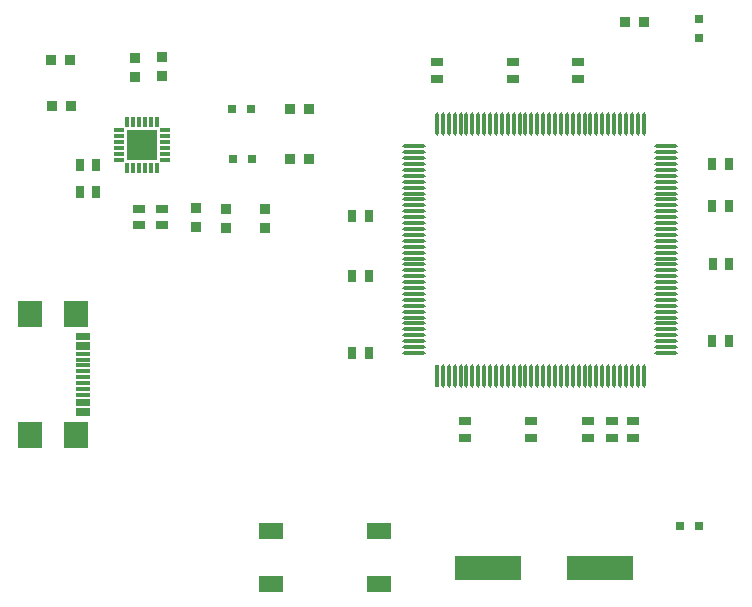
<source format=gtp>
G04*
G04 #@! TF.GenerationSoftware,Altium Limited,Altium Designer,22.9.1 (49)*
G04*
G04 Layer_Color=8421504*
%FSLAX24Y24*%
%MOIN*%
G70*
G04*
G04 #@! TF.SameCoordinates,54DEFAFE-76A2-4419-BEBC-3D5CD7468304*
G04*
G04*
G04 #@! TF.FilePolarity,Positive*
G04*
G01*
G75*
%ADD15R,0.0453X0.0118*%
%ADD16R,0.0787X0.0858*%
%ADD17R,0.0315X0.0315*%
%ADD18R,0.0123X0.0770*%
G04:AMPARAMS|DCode=19|XSize=77mil|YSize=12.3mil|CornerRadius=6.2mil|HoleSize=0mil|Usage=FLASHONLY|Rotation=90.000|XOffset=0mil|YOffset=0mil|HoleType=Round|Shape=RoundedRectangle|*
%AMROUNDEDRECTD19*
21,1,0.0770,0.0000,0,0,90.0*
21,1,0.0647,0.0123,0,0,90.0*
1,1,0.0123,0.0000,0.0323*
1,1,0.0123,0.0000,-0.0323*
1,1,0.0123,0.0000,-0.0323*
1,1,0.0123,0.0000,0.0323*
%
%ADD19ROUNDEDRECTD19*%
G04:AMPARAMS|DCode=20|XSize=12.3mil|YSize=77mil|CornerRadius=6.2mil|HoleSize=0mil|Usage=FLASHONLY|Rotation=90.000|XOffset=0mil|YOffset=0mil|HoleType=Round|Shape=RoundedRectangle|*
%AMROUNDEDRECTD20*
21,1,0.0123,0.0647,0,0,90.0*
21,1,0.0000,0.0770,0,0,90.0*
1,1,0.0123,0.0323,0.0000*
1,1,0.0123,0.0323,0.0000*
1,1,0.0123,-0.0323,0.0000*
1,1,0.0123,-0.0323,0.0000*
%
%ADD20ROUNDEDRECTD20*%
%ADD21R,0.0390X0.0307*%
%ADD22R,0.0335X0.0118*%
%ADD23R,0.0118X0.0335*%
%ADD24R,0.1004X0.1004*%
%ADD25R,0.0307X0.0390*%
%ADD26R,0.0827X0.0551*%
%ADD27R,0.2205X0.0827*%
%ADD28R,0.0374X0.0354*%
%ADD29R,0.0354X0.0374*%
%ADD30R,0.0315X0.0315*%
D15*
X4473Y17181D02*
D03*
Y16866D02*
D03*
Y16354D02*
D03*
Y15961D02*
D03*
Y15764D02*
D03*
Y15370D02*
D03*
Y14858D02*
D03*
Y14543D02*
D03*
Y14661D02*
D03*
Y14976D02*
D03*
Y15173D02*
D03*
Y15567D02*
D03*
Y16157D02*
D03*
Y16551D02*
D03*
Y16748D02*
D03*
Y17063D02*
D03*
D16*
X2700Y17874D02*
D03*
Y13850D02*
D03*
X4247Y17874D02*
D03*
Y13850D02*
D03*
D17*
X25015Y10800D02*
D03*
X24385D02*
D03*
X10065Y24700D02*
D03*
X9435D02*
D03*
X10115Y23050D02*
D03*
X9485D02*
D03*
D18*
X16272Y15815D02*
D03*
D19*
X16469D02*
D03*
X16666D02*
D03*
X16863D02*
D03*
X17060D02*
D03*
X17256D02*
D03*
X17453D02*
D03*
X17650D02*
D03*
X17847D02*
D03*
X18044D02*
D03*
X18241D02*
D03*
X18438D02*
D03*
X18634D02*
D03*
X18831D02*
D03*
X19028D02*
D03*
X19225D02*
D03*
X19422D02*
D03*
X19619D02*
D03*
X19815D02*
D03*
X20012D02*
D03*
X20209D02*
D03*
X20406D02*
D03*
X20603D02*
D03*
X20800D02*
D03*
X20997D02*
D03*
X21193D02*
D03*
X21390D02*
D03*
X21587D02*
D03*
X21784D02*
D03*
X21981D02*
D03*
X22178D02*
D03*
X22375D02*
D03*
X22571D02*
D03*
X22768D02*
D03*
X22965D02*
D03*
X23162D02*
D03*
Y24221D02*
D03*
X22965D02*
D03*
X22768D02*
D03*
X22571D02*
D03*
X22375D02*
D03*
X22178D02*
D03*
X21981D02*
D03*
X21784D02*
D03*
X21587D02*
D03*
X21390D02*
D03*
X21193D02*
D03*
X20997D02*
D03*
X20800D02*
D03*
X20603D02*
D03*
X20406D02*
D03*
X20209D02*
D03*
X20012D02*
D03*
X19815D02*
D03*
X19619D02*
D03*
X19422D02*
D03*
X19225D02*
D03*
X19028D02*
D03*
X18831D02*
D03*
X18634D02*
D03*
X18438D02*
D03*
X18241D02*
D03*
X18044D02*
D03*
X17847D02*
D03*
X17650D02*
D03*
X17453D02*
D03*
X17256D02*
D03*
X17060D02*
D03*
X16863D02*
D03*
X16666D02*
D03*
X16469D02*
D03*
X16272D02*
D03*
D20*
X23920Y16573D02*
D03*
Y16770D02*
D03*
Y16967D02*
D03*
Y17163D02*
D03*
Y17360D02*
D03*
Y17557D02*
D03*
Y17754D02*
D03*
Y17951D02*
D03*
Y18148D02*
D03*
Y18344D02*
D03*
Y18541D02*
D03*
Y18738D02*
D03*
Y18935D02*
D03*
Y19132D02*
D03*
Y19329D02*
D03*
Y19526D02*
D03*
Y19722D02*
D03*
Y19919D02*
D03*
Y20116D02*
D03*
Y20313D02*
D03*
Y20510D02*
D03*
Y20707D02*
D03*
Y20904D02*
D03*
Y21100D02*
D03*
Y21297D02*
D03*
Y21494D02*
D03*
Y21691D02*
D03*
Y21888D02*
D03*
Y22085D02*
D03*
Y22281D02*
D03*
Y22478D02*
D03*
Y22675D02*
D03*
Y22872D02*
D03*
Y23069D02*
D03*
Y23266D02*
D03*
Y23463D02*
D03*
X15514D02*
D03*
Y23266D02*
D03*
Y23069D02*
D03*
Y22872D02*
D03*
Y22675D02*
D03*
Y22478D02*
D03*
Y22281D02*
D03*
Y22085D02*
D03*
Y21888D02*
D03*
Y21691D02*
D03*
Y21494D02*
D03*
Y21297D02*
D03*
Y21100D02*
D03*
Y20904D02*
D03*
Y20707D02*
D03*
Y20510D02*
D03*
Y20313D02*
D03*
Y20116D02*
D03*
Y19919D02*
D03*
Y19722D02*
D03*
Y19526D02*
D03*
Y19329D02*
D03*
Y19132D02*
D03*
Y18935D02*
D03*
Y18738D02*
D03*
Y18541D02*
D03*
Y18344D02*
D03*
Y18148D02*
D03*
Y17951D02*
D03*
Y17754D02*
D03*
Y17557D02*
D03*
Y17360D02*
D03*
Y17163D02*
D03*
Y16967D02*
D03*
Y16770D02*
D03*
Y16573D02*
D03*
D21*
X18820Y25706D02*
D03*
Y26257D02*
D03*
X16270Y25706D02*
D03*
Y26257D02*
D03*
X17220Y14307D02*
D03*
Y13756D02*
D03*
X19420Y14307D02*
D03*
Y13756D02*
D03*
X22120Y14307D02*
D03*
Y13756D02*
D03*
X21320Y14307D02*
D03*
Y13756D02*
D03*
X22820Y14307D02*
D03*
Y13756D02*
D03*
X20970Y25706D02*
D03*
Y26257D02*
D03*
X6350Y21376D02*
D03*
Y20824D02*
D03*
X7100Y21376D02*
D03*
Y20824D02*
D03*
D22*
X5682Y23992D02*
D03*
Y23795D02*
D03*
Y23598D02*
D03*
Y23402D02*
D03*
Y23205D02*
D03*
Y23008D02*
D03*
X7218D02*
D03*
Y23205D02*
D03*
Y23402D02*
D03*
Y23598D02*
D03*
Y23795D02*
D03*
Y23992D02*
D03*
D23*
X5958Y22732D02*
D03*
X6155D02*
D03*
X6352D02*
D03*
X6548D02*
D03*
X6745D02*
D03*
X6942D02*
D03*
Y24268D02*
D03*
X6745D02*
D03*
X6548D02*
D03*
X6352D02*
D03*
X6155D02*
D03*
X5958D02*
D03*
D24*
X6450Y23500D02*
D03*
D25*
X4926Y21950D02*
D03*
X4374D02*
D03*
X25474Y19550D02*
D03*
X26026D02*
D03*
X25444Y22882D02*
D03*
X25996D02*
D03*
X13996Y21132D02*
D03*
X13444D02*
D03*
X13996Y19132D02*
D03*
X13444D02*
D03*
X25444Y21482D02*
D03*
X25996D02*
D03*
X25444Y16982D02*
D03*
X25996D02*
D03*
X13996Y16582D02*
D03*
X13444D02*
D03*
X4926Y22850D02*
D03*
X4374D02*
D03*
D26*
X14341Y8864D02*
D03*
X10759D02*
D03*
X14341Y10636D02*
D03*
X10759D02*
D03*
D27*
X17980Y9400D02*
D03*
X21720D02*
D03*
D28*
X10550Y20735D02*
D03*
Y21365D02*
D03*
X8250Y21415D02*
D03*
Y20785D02*
D03*
X9250Y21365D02*
D03*
Y20735D02*
D03*
X6200Y26415D02*
D03*
Y25785D02*
D03*
X7100Y26430D02*
D03*
Y25800D02*
D03*
D29*
X3420Y26350D02*
D03*
X4050D02*
D03*
X3435Y24800D02*
D03*
X4065D02*
D03*
X12015Y24700D02*
D03*
X11385D02*
D03*
X12015Y23050D02*
D03*
X11385D02*
D03*
X23165Y27600D02*
D03*
X22535D02*
D03*
D30*
X25000Y27715D02*
D03*
Y27085D02*
D03*
M02*

</source>
